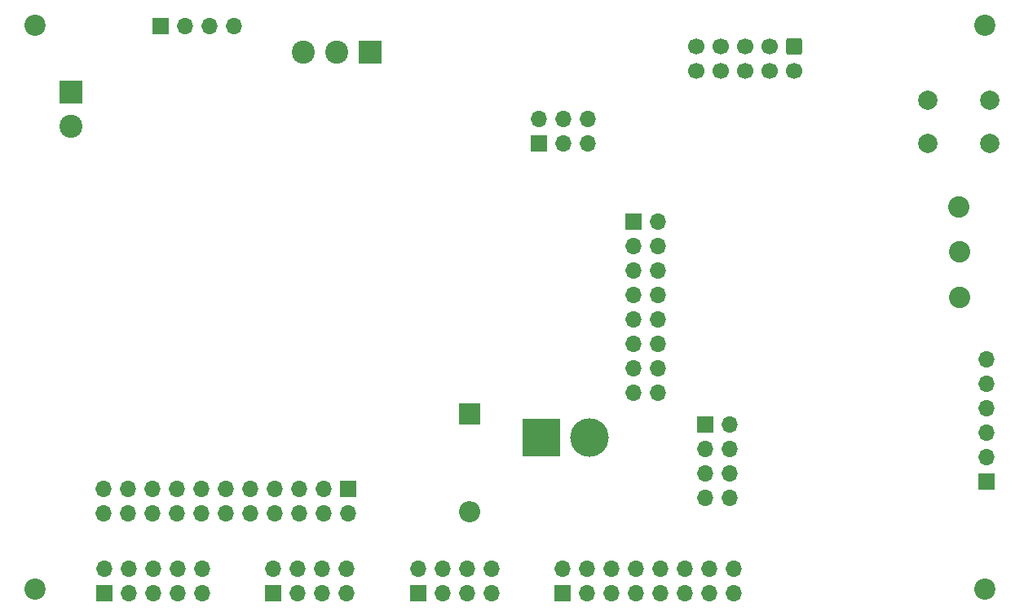
<source format=gbs>
%TF.GenerationSoftware,KiCad,Pcbnew,6.0.7-f9a2dced07~116~ubuntu20.04.1*%
%TF.CreationDate,2023-02-02T12:22:44+01:00*%
%TF.ProjectId,MoleNet_V5.2.2,4d6f6c65-4e65-4745-9f56-352e322e322e,1*%
%TF.SameCoordinates,Original*%
%TF.FileFunction,Soldermask,Bot*%
%TF.FilePolarity,Negative*%
%FSLAX46Y46*%
G04 Gerber Fmt 4.6, Leading zero omitted, Abs format (unit mm)*
G04 Created by KiCad (PCBNEW 6.0.7-f9a2dced07~116~ubuntu20.04.1) date 2023-02-02 12:22:44*
%MOMM*%
%LPD*%
G01*
G04 APERTURE LIST*
G04 Aperture macros list*
%AMRoundRect*
0 Rectangle with rounded corners*
0 $1 Rounding radius*
0 $2 $3 $4 $5 $6 $7 $8 $9 X,Y pos of 4 corners*
0 Add a 4 corners polygon primitive as box body*
4,1,4,$2,$3,$4,$5,$6,$7,$8,$9,$2,$3,0*
0 Add four circle primitives for the rounded corners*
1,1,$1+$1,$2,$3*
1,1,$1+$1,$4,$5*
1,1,$1+$1,$6,$7*
1,1,$1+$1,$8,$9*
0 Add four rect primitives between the rounded corners*
20,1,$1+$1,$2,$3,$4,$5,0*
20,1,$1+$1,$4,$5,$6,$7,0*
20,1,$1+$1,$6,$7,$8,$9,0*
20,1,$1+$1,$8,$9,$2,$3,0*%
G04 Aperture macros list end*
%ADD10R,1.700000X1.700000*%
%ADD11O,1.700000X1.700000*%
%ADD12RoundRect,0.250000X-0.600000X0.600000X-0.600000X-0.600000X0.600000X-0.600000X0.600000X0.600000X0*%
%ADD13C,1.700000*%
%ADD14C,2.200000*%
%ADD15R,2.200000X2.200000*%
%ADD16O,2.200000X2.200000*%
%ADD17R,2.400000X2.400000*%
%ADD18C,2.400000*%
%ADD19R,4.000000X4.000000*%
%ADD20C,4.000000*%
%ADD21C,2.000000*%
%ADD22C,2.224000*%
G04 APERTURE END LIST*
D10*
%TO.C,J8*%
X166141400Y-103489600D03*
D11*
X168681400Y-103489600D03*
X166141400Y-106029600D03*
X168681400Y-106029600D03*
X166141400Y-108569600D03*
X168681400Y-108569600D03*
X166141400Y-111109600D03*
X168681400Y-111109600D03*
%TD*%
D12*
%TO.C,J1*%
X175361600Y-64144500D03*
D13*
X175361600Y-66684500D03*
X172821600Y-64144500D03*
X172821600Y-66684500D03*
X170281600Y-64144500D03*
X170281600Y-66684500D03*
X167741600Y-64144500D03*
X167741600Y-66684500D03*
X165201600Y-64144500D03*
X165201600Y-66684500D03*
%TD*%
D14*
%TO.C,REF\u002A\u002A*%
X195107000Y-61974400D03*
%TD*%
%TO.C,REF\u002A\u002A*%
X195102400Y-120573800D03*
%TD*%
D10*
%TO.C,J9*%
X158692600Y-82379400D03*
D11*
X161232600Y-82379400D03*
X158692600Y-84919400D03*
X161232600Y-84919400D03*
X158692600Y-87459400D03*
X161232600Y-87459400D03*
X158692600Y-89999400D03*
X161232600Y-89999400D03*
X158692600Y-92539400D03*
X161232600Y-92539400D03*
X158692600Y-95079400D03*
X161232600Y-95079400D03*
X158692600Y-97619400D03*
X161232600Y-97619400D03*
X158692600Y-100159400D03*
X161232600Y-100159400D03*
%TD*%
D15*
%TO.C,D3*%
X141660800Y-102362000D03*
D16*
X141660800Y-112522000D03*
%TD*%
D10*
%TO.C,J10*%
X129032000Y-110129400D03*
D11*
X129032000Y-112669400D03*
X126492000Y-110129400D03*
X126492000Y-112669400D03*
X123952000Y-110129400D03*
X123952000Y-112669400D03*
X121412000Y-110129400D03*
X121412000Y-112669400D03*
X118872000Y-110129400D03*
X118872000Y-112669400D03*
X116332000Y-110129400D03*
X116332000Y-112669400D03*
X113792000Y-110129400D03*
X113792000Y-112669400D03*
X111252000Y-110129400D03*
X111252000Y-112669400D03*
X108712000Y-110129400D03*
X108712000Y-112669400D03*
X106172000Y-110129400D03*
X106172000Y-112669400D03*
X103632000Y-110129400D03*
X103632000Y-112669400D03*
%TD*%
D17*
%TO.C,J14*%
X100258800Y-68935600D03*
D18*
X100258800Y-72435600D03*
%TD*%
D17*
%TO.C,J17*%
X131343400Y-64770000D03*
D18*
X127843400Y-64770000D03*
X124343400Y-64770000D03*
%TD*%
D10*
%TO.C,J3*%
X103682800Y-120980200D03*
D11*
X103682800Y-118440200D03*
X106222800Y-120980200D03*
X106222800Y-118440200D03*
X108762800Y-120980200D03*
X108762800Y-118440200D03*
X111302800Y-120980200D03*
X111302800Y-118440200D03*
X113842800Y-120980200D03*
X113842800Y-118440200D03*
%TD*%
D10*
%TO.C,J13*%
X109529800Y-62077600D03*
D11*
X112069800Y-62077600D03*
X114609800Y-62077600D03*
X117149800Y-62077600D03*
%TD*%
D14*
%TO.C,REF\u002A\u002A*%
X96499600Y-61950600D03*
%TD*%
D10*
%TO.C,J2*%
X121261133Y-120980200D03*
D11*
X121261133Y-118440200D03*
X123801133Y-120980200D03*
X123801133Y-118440200D03*
X126341133Y-120980200D03*
X126341133Y-118440200D03*
X128881133Y-120980200D03*
X128881133Y-118440200D03*
%TD*%
D10*
%TO.C,J12*%
X136289466Y-120980200D03*
D11*
X136289466Y-118440200D03*
X138829466Y-120980200D03*
X138829466Y-118440200D03*
X141369466Y-120980200D03*
X141369466Y-118440200D03*
X143909466Y-120980200D03*
X143909466Y-118440200D03*
%TD*%
D19*
%TO.C,C3*%
X149087200Y-104837600D03*
D20*
X154087200Y-104837600D03*
%TD*%
D21*
%TO.C,SW2*%
X189185400Y-69784400D03*
X195685400Y-69784400D03*
X189185400Y-74284400D03*
X195685400Y-74284400D03*
%TD*%
D22*
%TO.C,SW1*%
X192511600Y-90221800D03*
X192511600Y-85521800D03*
X192451600Y-80821800D03*
%TD*%
D14*
%TO.C,REF\u002A\u002A*%
X96499600Y-120548400D03*
%TD*%
D10*
%TO.C,J16*%
X195331000Y-109397800D03*
D11*
X195331000Y-106857800D03*
X195331000Y-104317800D03*
X195331000Y-101777800D03*
X195331000Y-99237800D03*
X195331000Y-96697800D03*
%TD*%
D10*
%TO.C,J4*%
X151317800Y-120980200D03*
D11*
X151317800Y-118440200D03*
X153857800Y-120980200D03*
X153857800Y-118440200D03*
X156397800Y-120980200D03*
X156397800Y-118440200D03*
X158937800Y-120980200D03*
X158937800Y-118440200D03*
X161477800Y-120980200D03*
X161477800Y-118440200D03*
X164017800Y-120980200D03*
X164017800Y-118440200D03*
X166557800Y-120980200D03*
X166557800Y-118440200D03*
X169097800Y-120980200D03*
X169097800Y-118440200D03*
%TD*%
D10*
%TO.C,J5*%
X148869400Y-74244200D03*
D11*
X148869400Y-71704200D03*
X151409400Y-74244200D03*
X151409400Y-71704200D03*
X153949400Y-74244200D03*
X153949400Y-71704200D03*
%TD*%
M02*

</source>
